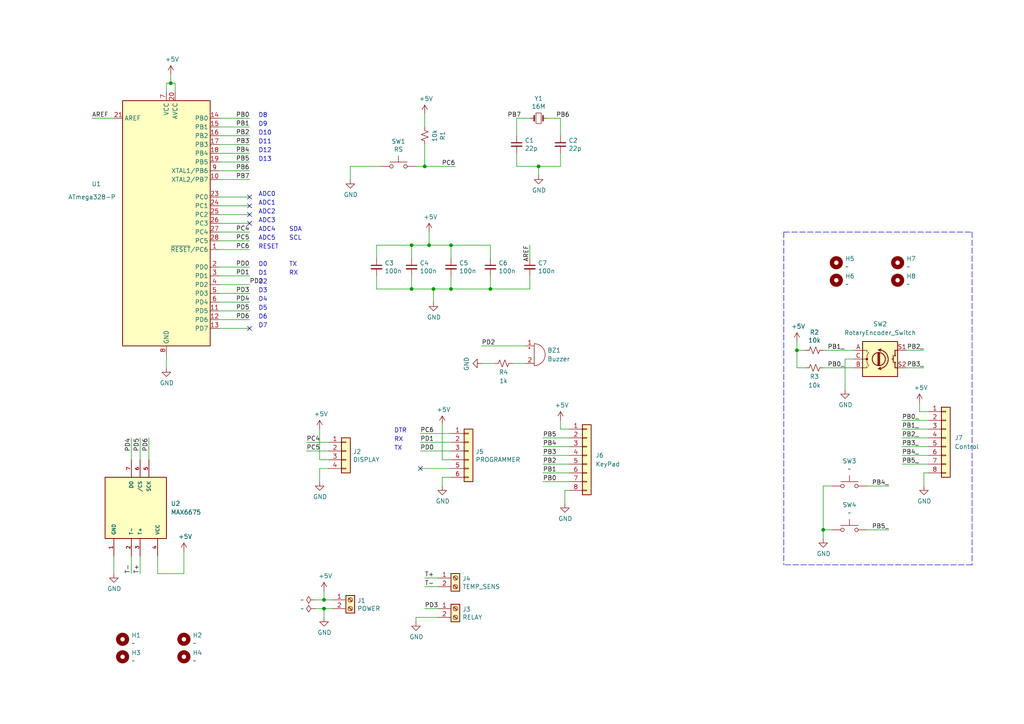
<source format=kicad_sch>
(kicad_sch (version 20211123) (generator eeschema)
  (paper "A4")
  (lib_symbols
    (symbol "Connector:Screw_Terminal_01x02" (pin_names (offset 1.016) hide)
      (property "Reference" "J" (at 0 2.54 0))
      (property "Value" "Screw_Terminal_01x02" (at 0 -5.08 0))
      (symbol "Screw_Terminal_01x02_1_1"
        (rectangle (start -1.27 1.27) (end 1.27 -3.81) (stroke (width 0.254)) (fill (type background)))
        (circle (center 0 -2.54) (radius 0.635) (stroke (width 0.1524)))
        (polyline (pts (xy -0.5334 -2.2098) (xy 0.3302 -3.048)) (stroke (width 0.1524)))
        (polyline (pts (xy -0.5334 0.3302) (xy 0.3302 -0.508)) (stroke (width 0.1524)))
        (polyline (pts (xy -0.3556 -2.032) (xy 0.508 -2.8702)) (stroke (width 0.1524)))
        (polyline (pts (xy -0.3556 0.508) (xy 0.508 -0.3302)) (stroke (width 0.1524)))
        (circle (center 0 0) (radius 0.635) (stroke (width 0.1524)))
        (pin passive line (at -5.08 0 0) (length 3.81) (name "Pin_1") (number "1"))
        (pin passive line (at -5.08 -2.54 0) (length 3.81) (name "Pin_2") (number "2"))
      )
    )
    (symbol "Connector_Generic:Conn_01x04" (pin_names (offset 1.016) hide)
      (property "Reference" "J" (at 0 5.08 0))
      (property "Value" "Conn_01x04" (at 0 -7.62 0))
      (symbol "Conn_01x04_1_1"
        (rectangle (start -1.27 -4.953) (end 0 -5.207) (stroke (width 0.1524)))
        (rectangle (start -1.27 -2.413) (end 0 -2.667) (stroke (width 0.1524)))
        (rectangle (start -1.27 0.127) (end 0 -0.127) (stroke (width 0.1524)))
        (rectangle (start -1.27 2.667) (end 0 2.413) (stroke (width 0.1524)))
        (rectangle (start -1.27 3.81) (end 1.27 -6.35) (stroke (width 0.254)) (fill (type background)))
        (pin passive line (at -5.08 2.54 0) (length 3.81) (name "Pin_1") (number "1"))
        (pin passive line (at -5.08 0 0) (length 3.81) (name "Pin_2") (number "2"))
        (pin passive line (at -5.08 -2.54 0) (length 3.81) (name "Pin_3") (number "3"))
        (pin passive line (at -5.08 -5.08 0) (length 3.81) (name "Pin_4") (number "4"))
      )
    )
    (symbol "Connector_Generic:Conn_01x06" (pin_names (offset 1.016) hide)
      (property "Reference" "J" (at 0 7.62 0))
      (property "Value" "Conn_01x06" (at 0 -10.16 0))
      (symbol "Conn_01x06_1_1"
        (rectangle (start -1.27 -7.493) (end 0 -7.747) (stroke (width 0.1524)))
        (rectangle (start -1.27 -4.953) (end 0 -5.207) (stroke (width 0.1524)))
        (rectangle (start -1.27 -2.413) (end 0 -2.667) (stroke (width 0.1524)))
        (rectangle (start -1.27 0.127) (end 0 -0.127) (stroke (width 0.1524)))
        (rectangle (start -1.27 2.667) (end 0 2.413) (stroke (width 0.1524)))
        (rectangle (start -1.27 5.207) (end 0 4.953) (stroke (width 0.1524)))
        (rectangle (start -1.27 6.35) (end 1.27 -8.89) (stroke (width 0.254)) (fill (type background)))
        (pin passive line (at -5.08 5.08 0) (length 3.81) (name "Pin_1") (number "1"))
        (pin passive line (at -5.08 2.54 0) (length 3.81) (name "Pin_2") (number "2"))
        (pin passive line (at -5.08 0 0) (length 3.81) (name "Pin_3") (number "3"))
        (pin passive line (at -5.08 -2.54 0) (length 3.81) (name "Pin_4") (number "4"))
        (pin passive line (at -5.08 -5.08 0) (length 3.81) (name "Pin_5") (number "5"))
        (pin passive line (at -5.08 -7.62 0) (length 3.81) (name "Pin_6") (number "6"))
      )
    )
    (symbol "Connector_Generic:Conn_01x08" (pin_names (offset 1.016) hide)
      (property "Reference" "J" (at 0 10.16 0))
      (property "Value" "Conn_01x08" (at 0 -12.7 0))
      (symbol "Conn_01x08_1_1"
        (rectangle (start -1.27 -10.033) (end 0 -10.287) (stroke (width 0.1524)))
        (rectangle (start -1.27 -7.493) (end 0 -7.747) (stroke (width 0.1524)))
        (rectangle (start -1.27 -4.953) (end 0 -5.207) (stroke (width 0.1524)))
        (rectangle (start -1.27 -2.413) (end 0 -2.667) (stroke (width 0.1524)))
        (rectangle (start -1.27 0.127) (end 0 -0.127) (stroke (width 0.1524)))
        (rectangle (start -1.27 2.667) (end 0 2.413) (stroke (width 0.1524)))
        (rectangle (start -1.27 5.207) (end 0 4.953) (stroke (width 0.1524)))
        (rectangle (start -1.27 7.747) (end 0 7.493) (stroke (width 0.1524)))
        (rectangle (start -1.27 8.89) (end 1.27 -11.43) (stroke (width 0.254)) (fill (type background)))
        (pin passive line (at -5.08 7.62 0) (length 3.81) (name "Pin_1") (number "1"))
        (pin passive line (at -5.08 5.08 0) (length 3.81) (name "Pin_2") (number "2"))
        (pin passive line (at -5.08 2.54 0) (length 3.81) (name "Pin_3") (number "3"))
        (pin passive line (at -5.08 0 0) (length 3.81) (name "Pin_4") (number "4"))
        (pin passive line (at -5.08 -2.54 0) (length 3.81) (name "Pin_5") (number "5"))
        (pin passive line (at -5.08 -5.08 0) (length 3.81) (name "Pin_6") (number "6"))
        (pin passive line (at -5.08 -7.62 0) (length 3.81) (name "Pin_7") (number "7"))
        (pin passive line (at -5.08 -10.16 0) (length 3.81) (name "Pin_8") (number "8"))
      )
    )
    (symbol "Device:Buzzer" (pin_names (offset 0.0254) hide)
      (property "Reference" "BZ" (at 3.81 1.27 0))
      (property "Value" "Buzzer" (at 3.81 -1.27 0))
      (symbol "Buzzer_0_1"
        (arc (start 0 -3.175) (mid 3.175 0) (end 0 3.175))
        (polyline (pts (xy -1.651 1.905) (xy -1.143 1.905)))
        (polyline (pts (xy -1.397 2.159) (xy -1.397 1.651)))
        (polyline (pts (xy 0 3.175) (xy 0 -3.175)))
      )
      (symbol "Buzzer_1_1"
        (pin passive line (at -2.54 2.54 0) (length 2.54) (name "-") (number "1"))
        (pin passive line (at -2.54 -2.54 0) (length 2.54) (name "+") (number "2"))
      )
    )
    (symbol "Device:C_Small" (pin_numbers hide) (pin_names (offset 0.254) hide)
      (property "Reference" "C" (at 0.254 1.778 0))
      (property "Value" "C_Small" (at 0.254 -2.032 0))
      (symbol "C_Small_0_1"
        (polyline (pts (xy -1.524 -0.508) (xy 1.524 -0.508)) (stroke (width 0.3302)))
        (polyline (pts (xy -1.524 0.508) (xy 1.524 0.508)) (stroke (width 0.3048)))
      )
      (symbol "C_Small_1_1"
        (pin passive line (at 0 2.54 270) (length 2.032) (name "~") (number "1"))
        (pin passive line (at 0 -2.54 90) (length 2.032) (name "~") (number "2"))
      )
    )
    (symbol "Device:Crystal_Small" (pin_numbers hide) (pin_names (offset 1.016) hide)
      (property "Reference" "Y" (at 0 2.54 0))
      (property "Value" "Crystal_Small" (at 0 -2.54 0))
      (symbol "Crystal_Small_0_1"
        (rectangle (start -0.762 -1.524) (end 0.762 1.524))
        (polyline (pts (xy -1.27 -0.762) (xy -1.27 0.762)) (stroke (width 0.381)))
        (polyline (pts (xy 1.27 -0.762) (xy 1.27 0.762)) (stroke (width 0.381)))
      )
      (symbol "Crystal_Small_1_1"
        (pin passive line (at -2.54 0 0) (length 1.27) (name "1") (number "1"))
        (pin passive line (at 2.54 0 180) (length 1.27) (name "2") (number "2"))
      )
    )
    (symbol "Device:R_Small_US" (pin_numbers hide) (pin_names (offset 0.254) hide)
      (property "Reference" "R" (at 0.762 0.508 0))
      (property "Value" "R_Small_US" (at 0.762 -1.016 0))
      (symbol "R_Small_US_1_1"
        (polyline (pts (xy 0 0) (xy 1.016 -0.381) (xy 0 -0.762) (xy -1.016 -1.143) (xy 0 -1.524)))
        (polyline (pts (xy 0 1.524) (xy 1.016 1.143) (xy 0 0.762) (xy -1.016 0.381) (xy 0 0)))
        (pin passive line (at 0 2.54 270) (length 1.016) (name "~") (number "1"))
        (pin passive line (at 0 -2.54 90) (length 1.016) (name "~") (number "2"))
      )
    )
    (symbol "Device:RotaryEncoder_Switch" (pin_names (offset 0.254) hide)
      (property "Reference" "SW" (at 0 6.604 0))
      (property "Value" "RotaryEncoder_Switch" (at 0 -6.604 0))
      (symbol "RotaryEncoder_Switch_0_1"
        (rectangle (start -5.08 5.08) (end 5.08 -5.08) (stroke (width 0.254)) (fill (type background)))
        (circle (center -3.81 0) (radius 0.254) (fill (type outline)))
        (arc (start -0.381 -2.794) (mid 2.3622 -0.0508) (end -0.381 2.667) (stroke (width 0.254)))
        (circle (center -0.381 0) (radius 1.905) (stroke (width 0.254)))
        (polyline (pts (xy -0.635 -1.778) (xy -0.635 1.778)) (stroke (width 0.254)))
        (polyline (pts (xy -0.381 -1.778) (xy -0.381 1.778)) (stroke (width 0.254)))
        (polyline (pts (xy -0.127 1.778) (xy -0.127 -1.778)) (stroke (width 0.254)))
        (polyline (pts (xy 3.81 0) (xy 3.429 0)) (stroke (width 0.254)))
        (polyline (pts (xy 3.81 1.016) (xy 3.81 -1.016)) (stroke (width 0.254)))
        (polyline (pts (xy -5.08 -2.54) (xy -3.81 -2.54) (xy -3.81 -2.032)))
        (polyline (pts (xy -5.08 2.54) (xy -3.81 2.54) (xy -3.81 2.032)))
        (polyline (pts (xy 0.254 -3.048) (xy -0.508 -2.794) (xy 0.127 -2.413)) (stroke (width 0.254)))
        (polyline (pts (xy 0.254 2.921) (xy -0.508 2.667) (xy 0.127 2.286)) (stroke (width 0.254)))
        (polyline (pts (xy 5.08 -2.54) (xy 4.318 -2.54) (xy 4.318 -1.016)) (stroke (width 0.254)))
        (polyline (pts (xy 5.08 2.54) (xy 4.318 2.54) (xy 4.318 1.016)) (stroke (width 0.254)))
        (polyline (pts (xy -5.08 0) (xy -3.81 0) (xy -3.81 -1.016) (xy -3.302 -2.032)))
        (polyline (pts (xy -4.318 0) (xy -3.81 0) (xy -3.81 1.016) (xy -3.302 2.032)))
        (circle (center 4.318 -1.016) (radius 0.127) (stroke (width 0.254)))
        (circle (center 4.318 1.016) (radius 0.127) (stroke (width 0.254)))
      )
      (symbol "RotaryEncoder_Switch_1_1"
        (pin passive line (at -7.62 2.54 0) (length 2.54) (name "A") (number "A"))
        (pin passive line (at -7.62 -2.54 0) (length 2.54) (name "B") (number "B"))
        (pin passive line (at -7.62 0 0) (length 2.54) (name "C") (number "C"))
        (pin passive line (at 7.62 2.54 180) (length 2.54) (name "S1") (number "S1"))
        (pin passive line (at 7.62 -2.54 180) (length 2.54) (name "S2") (number "S2"))
      )
    )
    (symbol "MAX6675:MAX6675" (pin_names (offset 1.016))
      (property "Reference" "IC" (at 10.16 7.62 0))
      (property "Value" "MAX6675" (at -7.62 -15.24 0))
      (symbol "MAX6675_0_0"
        (rectangle (start -7.62 -12.7) (end 10.16 5.08) (stroke (width 0.254)) (fill (type background)))
        (pin power_in line (at -12.7 2.54 0) (length 5.08) (name "GND") (number "1"))
        (pin input line (at -12.7 -2.54 0) (length 5.08) (name "T-") (number "2"))
        (pin input line (at -12.7 -5.08 0) (length 5.08) (name "T+") (number "3"))
        (pin power_in line (at -12.7 -10.16 0) (length 5.08) (name "VCC") (number "4"))
        (pin input line (at 15.24 -7.62 180) (length 5.08) (name "SCK") (number "5"))
        (pin input line (at 15.24 -5.08 180) (length 5.08) (name "/CS") (number "6"))
        (pin output line (at 15.24 -2.54 180) (length 5.08) (name "DO") (number "7"))
      )
    )
    (symbol "MCU_Microchip_ATmega:ATmega328-P"
      (property "Reference" "U" (at -12.7 36.83 0))
      (property "Value" "ATmega328-P" (at 2.54 -36.83 0))
      (symbol "ATmega328-P_0_1"
        (rectangle (start -12.7 -35.56) (end 12.7 35.56) (stroke (width 0.254)) (fill (type background)))
      )
      (symbol "ATmega328-P_1_1"
        (pin bidirectional line (at 15.24 -7.62 180) (length 2.54) (name "~{RESET}/PC6") (number "1"))
        (pin bidirectional line (at 15.24 12.7 180) (length 2.54) (name "XTAL2/PB7") (number "10"))
        (pin bidirectional line (at 15.24 -25.4 180) (length 2.54) (name "PD5") (number "11"))
        (pin bidirectional line (at 15.24 -27.94 180) (length 2.54) (name "PD6") (number "12"))
        (pin bidirectional line (at 15.24 -30.48 180) (length 2.54) (name "PD7") (number "13"))
        (pin bidirectional line (at 15.24 30.48 180) (length 2.54) (name "PB0") (number "14"))
        (pin bidirectional line (at 15.24 27.94 180) (length 2.54) (name "PB1") (number "15"))
        (pin bidirectional line (at 15.24 25.4 180) (length 2.54) (name "PB2") (number "16"))
        (pin bidirectional line (at 15.24 22.86 180) (length 2.54) (name "PB3") (number "17"))
        (pin bidirectional line (at 15.24 20.32 180) (length 2.54) (name "PB4") (number "18"))
        (pin bidirectional line (at 15.24 17.78 180) (length 2.54) (name "PB5") (number "19"))
        (pin bidirectional line (at 15.24 -12.7 180) (length 2.54) (name "PD0") (number "2"))
        (pin power_in line (at 2.54 38.1 270) (length 2.54) (name "AVCC") (number "20"))
        (pin passive line (at -15.24 30.48 0) (length 2.54) (name "AREF") (number "21"))
        (pin passive line (at 0 -38.1 90) (length 2.54) hide (name "GND") (number "22"))
        (pin bidirectional line (at 15.24 7.62 180) (length 2.54) (name "PC0") (number "23"))
        (pin bidirectional line (at 15.24 5.08 180) (length 2.54) (name "PC1") (number "24"))
        (pin bidirectional line (at 15.24 2.54 180) (length 2.54) (name "PC2") (number "25"))
        (pin bidirectional line (at 15.24 0 180) (length 2.54) (name "PC3") (number "26"))
        (pin bidirectional line (at 15.24 -2.54 180) (length 2.54) (name "PC4") (number "27"))
        (pin bidirectional line (at 15.24 -5.08 180) (length 2.54) (name "PC5") (number "28"))
        (pin bidirectional line (at 15.24 -15.24 180) (length 2.54) (name "PD1") (number "3"))
        (pin bidirectional line (at 15.24 -17.78 180) (length 2.54) (name "PD2") (number "4"))
        (pin bidirectional line (at 15.24 -20.32 180) (length 2.54) (name "PD3") (number "5"))
        (pin bidirectional line (at 15.24 -22.86 180) (length 2.54) (name "PD4") (number "6"))
        (pin power_in line (at 0 38.1 270) (length 2.54) (name "VCC") (number "7"))
        (pin power_in line (at 0 -38.1 90) (length 2.54) (name "GND") (number "8"))
        (pin bidirectional line (at 15.24 15.24 180) (length 2.54) (name "XTAL1/PB6") (number "9"))
      )
    )
    (symbol "Mechanical:MountingHole" (pin_names (offset 1.016))
      (property "Reference" "H" (at 0 5.08 0))
      (property "Value" "MountingHole" (at 0 3.175 0))
      (symbol "MountingHole_0_1"
        (circle (center 0 0) (radius 1.27) (stroke (width 1.27)))
      )
    )
    (symbol "Switch:SW_Push" (pin_numbers hide) (pin_names (offset 1.016) hide)
      (property "Reference" "SW" (at 1.27 2.54 0))
      (property "Value" "SW_Push" (at 0 -1.524 0))
      (symbol "SW_Push_0_1"
        (circle (center -2.032 0) (radius 0.508))
        (polyline (pts (xy 0 1.27) (xy 0 3.048)))
        (polyline (pts (xy 2.54 1.27) (xy -2.54 1.27)))
        (circle (center 2.032 0) (radius 0.508))
        (pin passive line (at -5.08 0 0) (length 2.54) (name "1") (number "1"))
        (pin passive line (at 5.08 0 180) (length 2.54) (name "2") (number "2"))
      )
    )
    (symbol "power:+5V" (power) (pin_names (offset 0))
      (property "Value" "+5V" (at 0 3.556 0))
      (symbol "+5V_0_1"
        (polyline (pts (xy -0.762 1.27) (xy 0 2.54)))
        (polyline (pts (xy 0 0) (xy 0 2.54)))
        (polyline (pts (xy 0 2.54) (xy 0.762 1.27)))
      )
      (symbol "+5V_1_1"
        (pin power_in line (at 0 0 90) (length 0) hide (name "+5V") (number "1"))
      )
    )
    (symbol "power:GND" (power) (pin_names (offset 0))
      (property "Value" "GND" (at 0 -3.81 0))
      (symbol "GND_0_1"
        (polyline (pts (xy 0 0) (xy 0 -1.27) (xy 1.27 -1.27) (xy 0 -2.54) (xy -1.27 -1.27) (xy 0 -1.27)))
      )
      (symbol "GND_1_1"
        (pin power_in line (at 0 0 270) (length 0) hide (name "GND") (number "1"))
      )
    )
    (symbol "power:PWR_FLAG" (power) (pin_numbers hide) (pin_names (offset 0) hide)
      (property "Value" "PWR_FLAG" (at 0 3.81 0))
      (symbol "PWR_FLAG_0_0"
        (pin power_out line (at 0 0 90) (length 0) (name "pwr") (number "1"))
      )
      (symbol "PWR_FLAG_0_1"
        (polyline (pts (xy 0 0) (xy 0 1.27) (xy -1.016 1.905) (xy 0 2.54) (xy 1.016 1.905) (xy 0 1.27)))
      )
    )
  )
  (junction (at 49.53 24.13))
  (junction (at 93.98 173.99))
  (junction (at 156.21 48.26))
  (junction (at 119.38 83.82))
  (junction (at 123.19 48.26))
  (junction (at 125.73 83.82))
  (junction (at 119.38 71.12))
  (junction (at 93.98 176.53))
  (junction (at 231.14 101.6))
  (junction (at 130.81 83.82))
  (junction (at 124.46 71.12))
  (junction (at 238.76 153.67))
  (junction (at 130.81 71.12))
  (junction (at 142.24 83.82))
  (no_connect (at 72.39 64.77))
  (no_connect (at 72.39 62.23))
  (no_connect (at 72.39 57.15))
  (no_connect (at 121.92 135.89))
  (no_connect (at 72.39 95.25))
  (no_connect (at 72.39 59.69))
  (wire (pts (xy 165.1 124.46) (xy 162.56 124.46)))
  (wire (pts (xy 109.22 80.01) (xy 109.22 83.82)))
  (wire (pts (xy 261.62 134.62) (xy 269.24 134.62)))
  (wire (pts (xy 153.67 83.82) (xy 142.24 83.82)))
  (wire (pts (xy 153.67 74.93) (xy 153.67 71.12)))
  (wire (pts (xy 266.7 116.84) (xy 266.7 119.38)))
  (wire (pts (xy 153.67 80.01) (xy 153.67 83.82)))
  (wire (pts (xy 158.75 34.29) (xy 162.56 34.29)))
  (wire (pts (xy 165.1 142.24) (xy 163.83 142.24)))
  (polyline (pts (xy 281.94 163.83) (xy 227.33 163.83)))
  (wire (pts (xy 123.19 48.26) (xy 120.65 48.26)))
  (wire (pts (xy 95.25 128.27) (xy 88.9 128.27)))
  (wire (pts (xy 63.5 80.01) (xy 72.39 80.01)))
  (wire (pts (xy 139.7 100.33) (xy 152.4 100.33)))
  (wire (pts (xy 48.26 102.87) (xy 48.26 106.68)))
  (wire (pts (xy 63.5 85.09) (xy 72.39 85.09)))
  (wire (pts (xy 63.5 41.91) (xy 72.39 41.91)))
  (wire (pts (xy 63.5 67.31) (xy 72.39 67.31)))
  (wire (pts (xy 127 176.53) (xy 123.19 176.53)))
  (wire (pts (xy 139.7 105.41) (xy 143.51 105.41)))
  (wire (pts (xy 120.65 179.07) (xy 120.65 180.34)))
  (wire (pts (xy 153.67 34.29) (xy 149.86 34.29)))
  (wire (pts (xy 45.72 161.29) (xy 45.72 166.37)))
  (wire (pts (xy 130.81 138.43) (xy 128.27 138.43)))
  (wire (pts (xy 142.24 74.93) (xy 142.24 71.12)))
  (wire (pts (xy 231.14 101.6) (xy 233.68 101.6)))
  (wire (pts (xy 63.5 62.23) (xy 72.39 62.23)))
  (wire (pts (xy 231.14 106.68) (xy 233.68 106.68)))
  (wire (pts (xy 251.46 153.67) (xy 257.81 153.67)))
  (wire (pts (xy 156.21 48.26) (xy 156.21 50.8)))
  (wire (pts (xy 130.81 71.12) (xy 124.46 71.12)))
  (wire (pts (xy 261.62 132.08) (xy 269.24 132.08)))
  (wire (pts (xy 96.52 176.53) (xy 93.98 176.53)))
  (wire (pts (xy 123.19 36.83) (xy 123.19 33.02)))
  (wire (pts (xy 130.81 125.73) (xy 121.92 125.73)))
  (wire (pts (xy 130.81 80.01) (xy 130.81 83.82)))
  (wire (pts (xy 130.81 133.35) (xy 128.27 133.35)))
  (wire (pts (xy 247.65 106.68) (xy 238.76 106.68)))
  (wire (pts (xy 247.65 104.14) (xy 245.11 104.14)))
  (wire (pts (xy 63.5 92.71) (xy 72.39 92.71)))
  (wire (pts (xy 63.5 87.63) (xy 72.39 87.63)))
  (wire (pts (xy 231.14 101.6) (xy 231.14 99.06)))
  (wire (pts (xy 95.25 135.89) (xy 92.71 135.89)))
  (wire (pts (xy 156.21 48.26) (xy 149.86 48.26)))
  (wire (pts (xy 262.89 101.6) (xy 267.97 101.6)))
  (wire (pts (xy 162.56 34.29) (xy 162.56 39.37)))
  (wire (pts (xy 109.22 83.82) (xy 119.38 83.82)))
  (wire (pts (xy 128.27 133.35) (xy 128.27 123.19)))
  (wire (pts (xy 162.56 48.26) (xy 156.21 48.26)))
  (wire (pts (xy 63.5 49.53) (xy 72.39 49.53)))
  (wire (pts (xy 45.72 166.37) (xy 53.34 166.37)))
  (wire (pts (xy 162.56 121.92) (xy 162.56 124.46)))
  (wire (pts (xy 91.44 176.53) (xy 93.98 176.53)))
  (wire (pts (xy 130.81 128.27) (xy 121.92 128.27)))
  (wire (pts (xy 119.38 71.12) (xy 119.38 74.93)))
  (wire (pts (xy 101.6 48.26) (xy 101.6 52.07)))
  (polyline (pts (xy 227.33 67.31) (xy 227.33 163.83)))
  (wire (pts (xy 261.62 124.46) (xy 269.24 124.46)))
  (wire (pts (xy 125.73 83.82) (xy 125.73 87.63)))
  (wire (pts (xy 49.53 24.13) (xy 50.8 24.13)))
  (wire (pts (xy 95.25 133.35) (xy 92.71 133.35)))
  (wire (pts (xy 128.27 138.43) (xy 128.27 140.97)))
  (wire (pts (xy 63.5 52.07) (xy 72.39 52.07)))
  (wire (pts (xy 163.83 142.24) (xy 163.83 146.05)))
  (wire (pts (xy 157.48 132.08) (xy 165.1 132.08)))
  (wire (pts (xy 40.64 161.29) (xy 40.64 166.37)))
  (wire (pts (xy 124.46 71.12) (xy 124.46 67.31)))
  (wire (pts (xy 63.5 82.55) (xy 72.39 82.55)))
  (wire (pts (xy 38.1 133.35) (xy 38.1 127)))
  (wire (pts (xy 162.56 44.45) (xy 162.56 48.26)))
  (wire (pts (xy 63.5 59.69) (xy 72.39 59.69)))
  (wire (pts (xy 63.5 72.39) (xy 72.39 72.39)))
  (wire (pts (xy 120.65 179.07) (xy 127 179.07)))
  (wire (pts (xy 231.14 106.68) (xy 231.14 101.6)))
  (wire (pts (xy 63.5 90.17) (xy 72.39 90.17)))
  (wire (pts (xy 53.34 166.37) (xy 53.34 160.02)))
  (wire (pts (xy 238.76 153.67) (xy 238.76 156.21)))
  (wire (pts (xy 157.48 139.7) (xy 165.1 139.7)))
  (wire (pts (xy 95.25 130.81) (xy 88.9 130.81)))
  (wire (pts (xy 241.3 153.67) (xy 238.76 153.67)))
  (wire (pts (xy 101.6 48.26) (xy 110.49 48.26)))
  (wire (pts (xy 127 167.64) (xy 123.19 167.64)))
  (wire (pts (xy 269.24 137.16) (xy 267.97 137.16)))
  (wire (pts (xy 109.22 71.12) (xy 119.38 71.12)))
  (wire (pts (xy 48.26 24.13) (xy 49.53 24.13)))
  (wire (pts (xy 123.19 41.91) (xy 123.19 48.26)))
  (wire (pts (xy 247.65 101.6) (xy 238.76 101.6)))
  (wire (pts (xy 262.89 106.68) (xy 267.97 106.68)))
  (wire (pts (xy 130.81 83.82) (xy 125.73 83.82)))
  (wire (pts (xy 49.53 21.59) (xy 49.53 24.13)))
  (wire (pts (xy 142.24 80.01) (xy 142.24 83.82)))
  (wire (pts (xy 93.98 176.53) (xy 93.98 179.07)))
  (wire (pts (xy 238.76 140.97) (xy 238.76 153.67)))
  (wire (pts (xy 127 170.18) (xy 123.19 170.18)))
  (wire (pts (xy 109.22 74.93) (xy 109.22 71.12)))
  (wire (pts (xy 149.86 48.26) (xy 149.86 44.45)))
  (wire (pts (xy 251.46 140.97) (xy 257.81 140.97)))
  (wire (pts (xy 130.81 130.81) (xy 121.92 130.81)))
  (polyline (pts (xy 227.33 67.31) (xy 281.94 67.31)))
  (wire (pts (xy 130.81 74.93) (xy 130.81 71.12)))
  (wire (pts (xy 40.64 127) (xy 40.64 133.35)))
  (wire (pts (xy 261.62 127) (xy 269.24 127)))
  (wire (pts (xy 261.62 129.54) (xy 269.24 129.54)))
  (wire (pts (xy 157.48 127) (xy 165.1 127)))
  (polyline (pts (xy 281.94 67.31) (xy 281.94 163.83)))
  (wire (pts (xy 148.59 105.41) (xy 152.4 105.41)))
  (wire (pts (xy 63.5 39.37) (xy 72.39 39.37)))
  (wire (pts (xy 63.5 46.99) (xy 72.39 46.99)))
  (wire (pts (xy 245.11 104.14) (xy 245.11 113.03)))
  (wire (pts (xy 50.8 24.13) (xy 50.8 26.67)))
  (wire (pts (xy 63.5 34.29) (xy 72.39 34.29)))
  (wire (pts (xy 63.5 69.85) (xy 72.39 69.85)))
  (wire (pts (xy 125.73 83.82) (xy 119.38 83.82)))
  (wire (pts (xy 157.48 134.62) (xy 165.1 134.62)))
  (wire (pts (xy 124.46 71.12) (xy 119.38 71.12)))
  (wire (pts (xy 33.02 34.29) (xy 26.67 34.29)))
  (wire (pts (xy 43.18 133.35) (xy 43.18 127)))
  (wire (pts (xy 123.19 48.26) (xy 132.08 48.26)))
  (wire (pts (xy 93.98 173.99) (xy 93.98 171.45)))
  (wire (pts (xy 63.5 95.25) (xy 72.39 95.25)))
  (wire (pts (xy 96.52 173.99) (xy 93.98 173.99)))
  (wire (pts (xy 149.86 34.29) (xy 149.86 39.37)))
  (wire (pts (xy 63.5 57.15) (xy 72.39 57.15)))
  (wire (pts (xy 63.5 77.47) (xy 72.39 77.47)))
  (wire (pts (xy 267.97 137.16) (xy 267.97 140.97)))
  (wire (pts (xy 48.26 26.67) (xy 48.26 24.13)))
  (wire (pts (xy 93.98 173.99) (xy 91.44 173.99)))
  (wire (pts (xy 92.71 135.89) (xy 92.71 139.7)))
  (wire (pts (xy 38.1 161.29) (xy 38.1 166.37)))
  (wire (pts (xy 142.24 83.82) (xy 130.81 83.82)))
  (wire (pts (xy 269.24 119.38) (xy 266.7 119.38)))
  (wire (pts (xy 33.02 161.29) (xy 33.02 166.37)))
  (wire (pts (xy 157.48 129.54) (xy 165.1 129.54)))
  (wire (pts (xy 63.5 36.83) (xy 72.39 36.83)))
  (wire (pts (xy 142.24 71.12) (xy 130.81 71.12)))
  (wire (pts (xy 119.38 83.82) (xy 119.38 80.01)))
  (wire (pts (xy 130.81 135.89) (xy 121.92 135.89)))
  (wire (pts (xy 63.5 64.77) (xy 72.39 64.77)))
  (wire (pts (xy 261.62 121.92) (xy 269.24 121.92)))
  (wire (pts (xy 63.5 44.45) (xy 72.39 44.45)))
  (wire (pts (xy 157.48 137.16) (xy 165.1 137.16)))
  (wire (pts (xy 92.71 133.35) (xy 92.71 124.46)))
  (wire (pts (xy 241.3 140.97) (xy 238.76 140.97)))
  (text "ADC1" (at 74.93 59.69 0) (effects (font (size 1.27 1.27)) (justify left bottom)))
  (text "D3" (at 74.93 85.09 0) (effects (font (size 1.27 1.27)) (justify left bottom)))
  (text "D13" (at 74.93 46.99 0) (effects (font (size 1.27 1.27)) (justify left bottom)))
  (text "D12" (at 74.93 44.45 0) (effects (font (size 1.27 1.27)) (justify left bottom)))
  (text "D2" (at 74.93 82.55 0) (effects (font (size 1.27 1.27)) (justify left bottom)))
  (text "D6" (at 74.93 92.71 0) (effects (font (size 1.27 1.27)) (justify left bottom)))
  (text "TX" (at 114.3 130.81 0) (effects (font (size 1.27 1.27)) (justify left bottom)))
  (text "D10" (at 74.93 39.37 0) (effects (font (size 1.27 1.27)) (justify left bottom)))
  (text "D1" (at 74.93 80.01 0) (effects (font (size 1.27 1.27)) (justify left bottom)))
  (text "DTR" (at 114.3 125.73 0) (effects (font (size 1.27 1.27)) (justify left bottom)))
  (text "RX" (at 114.3 128.27 0) (effects (font (size 1.27 1.27)) (justify left bottom)))
  (text "ADC2" (at 74.93 62.23 0) (effects (font (size 1.27 1.27)) (justify left bottom)))
  (text "D0" (at 74.93 77.47 0) (effects (font (size 1.27 1.27)) (justify left bottom)))
  (text "ADC5" (at 74.93 69.85 0) (effects (font (size 1.27 1.27)) (justify left bottom)))
  (text "RX" (at 83.82 80.01 0) (effects (font (size 1.27 1.27)) (justify left bottom)))
  (text "ADC0" (at 74.93 57.15 0) (effects (font (size 1.27 1.27)) (justify left bottom)))
  (text "ADC3" (at 74.93 64.77 0) (effects (font (size 1.27 1.27)) (justify left bottom)))
  (text "ADC4" (at 74.93 67.31 0) (effects (font (size 1.27 1.27)) (justify left bottom)))
  (text "SCL" (at 83.82 69.85 0) (effects (font (size 1.27 1.27)) (justify left bottom)))
  (text "D4" (at 74.93 87.63 0) (effects (font (size 1.27 1.27)) (justify left bottom)))
  (text "RESET" (at 74.93 72.39 0) (effects (font (size 1.27 1.27)) (justify left bottom)))
  (text "D7" (at 74.93 95.25 0) (effects (font (size 1.27 1.27)) (justify left bottom)))
  (text "SDA" (at 83.82 67.31 0) (effects (font (size 1.27 1.27)) (justify left bottom)))
  (text "TX" (at 83.82 77.47 0) (effects (font (size 1.27 1.27)) (justify left bottom)))
  (text "D5" (at 74.93 90.17 0) (effects (font (size 1.27 1.27)) (justify left bottom)))
  (text "D9" (at 74.93 36.83 0) (effects (font (size 1.27 1.27)) (justify left bottom)))
  (text "D8\n" (at 74.93 34.29 0) (effects (font (size 1.27 1.27)) (justify left bottom)))
  (text "D11" (at 74.93 41.91 0) (effects (font (size 1.27 1.27)) (justify left bottom)))
  (label "PB1_" (at 240.03 101.6 0))
  (label "T-" (at 123.19 170.18 0))
  (label "PB0" (at 157.48 139.7 0))
  (label "PC5" (at 88.9 130.81 0))
  (label "PB3_" (at 267.97 106.68 180))
  (label "PB6" (at 161.29 34.29 0))
  (label "PB2_" (at 267.97 101.6 180))
  (label "PD0" (at 121.92 130.81 0))
  (label "PB7" (at 72.39 52.07 180))
  (label "PB7" (at 151.13 34.29 180))
  (label "PB4" (at 157.48 129.54 0))
  (label "PD2" (at 72.39 82.55 0))
  (label "PD0" (at 72.39 77.47 180))
  (label "PB5" (at 72.39 46.99 180))
  (label "PB2_" (at 261.62 127 0))
  (label "PB5_" (at 257.81 153.67 180))
  (label "T+" (at 123.19 167.64 0))
  (label "PD1" (at 72.39 80.01 180))
  (label "PD6" (at 72.39 92.71 180))
  (label "PB5" (at 157.48 127 0))
  (label "PB4_" (at 261.62 132.08 0))
  (label "PB6" (at 72.39 49.53 180))
  (label "PC6" (at 72.39 72.39 180))
  (label "PB4_" (at 257.81 140.97 180))
  (label "PC5" (at 72.39 69.85 180))
  (label "PB1" (at 157.48 137.16 0))
  (label "PD3" (at 72.39 85.09 180))
  (label "T-" (at 38.1 166.37 90))
  (label "PC6" (at 121.92 125.73 0))
  (label "PD3" (at 123.19 176.53 0))
  (label "PB0" (at 72.39 34.29 180))
  (label "PC4" (at 72.39 67.31 180))
  (label "PD5" (at 72.39 90.17 180))
  (label "PB4" (at 72.39 44.45 180))
  (label "PC4" (at 88.9 128.27 0))
  (label "T+" (at 40.64 166.37 90))
  (label "PB0_" (at 240.03 106.68 0))
  (label "AREF" (at 26.67 34.29 0))
  (label "PC6" (at 132.08 48.26 180))
  (label "PD1" (at 121.92 128.27 0))
  (label "PB5_" (at 261.62 134.62 0))
  (label "PD4" (at 38.1 127 270))
  (label "PB2" (at 72.39 39.37 180))
  (label "PD5" (at 40.64 127 270))
  (label "PB3_" (at 261.62 129.54 0))
  (label "PD6" (at 43.18 127 270))
  (label "PD4" (at 72.39 87.63 180))
  (label "PB1_" (at 261.62 124.46 0))
  (label "PB0_" (at 261.62 121.92 0))
  (label "PB3" (at 72.39 41.91 180))
  (label "PD2" (at 139.7 100.33 0))
  (label "PB1" (at 72.39 36.83 180))
  (label "AREF" (at 153.67 71.12 270))
  (label "PB3" (at 157.48 132.08 0))
  (label "PB2" (at 157.48 134.62 0))
  (symbol (lib_id "power:+5V") (at 49.53 21.59 0) (unit 1)
    (property "Reference" "#PWR0101" (effects hide))
    (property "Value" "+5V" (at 49.911 17.1958 0))
  )
  (symbol (lib_id "power:GND") (at 48.26 106.68 0) (unit 1)
    (property "Reference" "#PWR0102" (effects hide))
    (property "Value" "GND" (at 48.387 111.0742 0))
  )
  (symbol (lib_id "power:GND") (at 33.02 166.37 0) (unit 1)
    (property "Reference" "#PWR0103" (effects hide))
    (property "Value" "GND" (at 33.147 170.7642 0))
  )
  (symbol (lib_id "power:+5V") (at 53.34 160.02 0) (unit 1)
    (property "Reference" "#PWR0104" (effects hide))
    (property "Value" "+5V" (at 53.721 155.6258 0))
  )
  (symbol (lib_id "Device:R_Small_US") (at 236.22 101.6 270) (unit 1)
    (property "Reference" "R2" (at 236.22 96.393 90))
    (property "Value" "10k" (at 236.22 98.7044 90))
    (property "Footprint" "Resistor_SMD:R_0603_1608Metric_Pad0.98x0.95mm_HandSolder" (effects hide))
  )
  (symbol (lib_id "Device:R_Small_US") (at 236.22 106.68 270) (unit 1)
    (property "Reference" "R3" (at 236.22 109.22 90))
    (property "Value" "10k" (at 236.22 111.76 90))
    (property "Footprint" "Resistor_SMD:R_0603_1608Metric_Pad0.98x0.95mm_HandSolder" (effects hide))
  )
  (symbol (lib_id "power:GND") (at 245.11 113.03 0) (unit 1)
    (property "Reference" "#PWR0105" (effects hide))
    (property "Value" "GND" (at 245.237 117.4242 0))
  )
  (symbol (lib_id "power:+5V") (at 231.14 99.06 0) (unit 1)
    (property "Reference" "#PWR0106" (effects hide))
    (property "Value" "+5V" (at 231.521 94.6658 0))
  )
  (symbol (lib_id "Device:C_Small") (at 119.38 77.47 0) (unit 1)
    (property "Reference" "C4" (at 121.7168 76.3016 0) (effects (justify left)))
    (property "Value" "100n" (at 121.7168 78.613 0) (effects (justify left)))
    (property "Footprint" "Capacitor_SMD:C_0603_1608Metric_Pad1.08x0.95mm_HandSolder" (effects hide))
  )
  (symbol (lib_id "Device:C_Small") (at 109.22 77.47 0) (unit 1)
    (property "Reference" "C3" (at 111.5568 76.3016 0) (effects (justify left)))
    (property "Value" "100n" (at 111.5568 78.613 0) (effects (justify left)))
    (property "Footprint" "Capacitor_SMD:C_0603_1608Metric_Pad1.08x0.95mm_HandSolder" (effects hide))
  )
  (symbol (lib_id "Device:C_Small") (at 130.81 77.47 0) (unit 1)
    (property "Reference" "C5" (at 133.1468 76.3016 0) (effects (justify left)))
    (property "Value" "100n" (at 133.1468 78.613 0) (effects (justify left)))
    (property "Footprint" "Capacitor_SMD:C_0603_1608Metric_Pad1.08x0.95mm_HandSolder" (effects hide))
  )
  (symbol (lib_id "Device:C_Small") (at 142.24 77.47 0) (unit 1)
    (property "Reference" "C6" (at 144.5768 76.3016 0) (effects (justify left)))
    (property "Value" "100n" (at 144.5768 78.613 0) (effects (justify left)))
    (property "Footprint" "Capacitor_SMD:C_0603_1608Metric_Pad1.08x0.95mm_HandSolder" (effects hide))
  )
  (symbol (lib_id "Device:C_Small") (at 153.67 77.47 0) (unit 1)
    (property "Reference" "C7" (at 156.0068 76.3016 0) (effects (justify left)))
    (property "Value" "100n" (at 156.0068 78.613 0) (effects (justify left)))
    (property "Footprint" "Capacitor_SMD:C_0603_1608Metric_Pad1.08x0.95mm_HandSolder" (effects hide))
  )
  (symbol (lib_id "Connector:Screw_Terminal_01x02") (at 101.6 173.99 0) (unit 1)
    (property "Reference" "J1" (at 103.632 174.1932 0) (effects (justify left)))
    (property "Value" "POWER" (at 103.632 176.5046 0) (effects (justify left)))
    (property "Footprint" "TerminalBlock_RND:TerminalBlock_RND_205-00001_1x02_P5.00mm_Horizontal" (effects hide))
  )
  (symbol (lib_id "power:GND") (at 93.98 179.07 0) (unit 1)
    (property "Reference" "#PWR0108" (effects hide))
    (property "Value" "GND" (at 94.107 183.4642 0))
  )
  (symbol (lib_id "power:+5V") (at 93.98 171.45 0) (unit 1)
    (property "Reference" "#PWR0109" (effects hide))
    (property "Value" "+5V" (at 94.361 167.0558 0))
  )
  (symbol (lib_id "power:PWR_FLAG") (at 91.44 173.99 90) (unit 1)
    (property "Reference" "#FLG0101" (effects hide))
    (property "Value" "~" (at 88.2142 173.99 90) (effects (justify left)))
  )
  (symbol (lib_id "Connector:Screw_Terminal_01x02") (at 132.08 176.53 0) (unit 1)
    (property "Reference" "J3" (at 134.112 176.7332 0) (effects (justify left)))
    (property "Value" "RELAY" (at 134.112 179.0446 0) (effects (justify left)))
    (property "Footprint" "TerminalBlock_RND:TerminalBlock_RND_205-00001_1x02_P5.00mm_Horizontal" (effects hide))
  )
  (symbol (lib_id "Connector_Generic:Conn_01x04") (at 100.33 130.81 0) (unit 1)
    (property "Reference" "J2" (at 102.362 131.0132 0) (effects (justify left)))
    (property "Value" "DISPLAY" (at 102.362 133.3246 0) (effects (justify left)))
    (property "Footprint" "Connector_JST:JST_XH_B4B-XH-A_1x04_P2.50mm_Vertical" (effects hide))
  )
  (symbol (lib_id "Connector:Screw_Terminal_01x02") (at 132.08 167.64 0) (unit 1)
    (property "Reference" "J4" (at 134.112 167.8432 0) (effects (justify left)))
    (property "Value" "TEMP_SENS" (at 134.112 170.1546 0) (effects (justify left)))
    (property "Footprint" "Connector_JST:JST_XH_B2B-XH-A_1x02_P2.50mm_Vertical" (effects hide))
  )
  (symbol (lib_id "power:+5V") (at 124.46 67.31 0) (unit 1)
    (property "Reference" "#PWR0112" (effects hide))
    (property "Value" "+5V" (at 124.841 62.9158 0))
  )
  (symbol (lib_id "power:GND") (at 125.73 87.63 0) (unit 1)
    (property "Reference" "#PWR0113" (effects hide))
    (property "Value" "GND" (at 125.857 92.0242 0))
  )
  (symbol (lib_id "power:GND") (at 101.6 52.07 0) (unit 1)
    (property "Reference" "#PWR0114" (effects hide))
    (property "Value" "~" (at 101.727 56.4642 0))
  )
  (symbol (lib_id "Device:R_Small_US") (at 123.19 39.37 180) (unit 1)
    (property "Reference" "R1" (at 128.397 39.37 90))
    (property "Value" "10k" (at 126.0856 39.37 90))
    (property "Footprint" "Resistor_SMD:R_0603_1608Metric_Pad0.98x0.95mm_HandSolder" (effects hide))
  )
  (symbol (lib_id "power:+5V") (at 92.71 124.46 0) (unit 1)
    (property "Reference" "#PWR0110" (effects hide))
    (property "Value" "+5V" (at 93.091 120.0658 0))
  )
  (symbol (lib_id "power:GND") (at 92.71 139.7 0) (unit 1)
    (property "Reference" "#PWR0111" (effects hide))
    (property "Value" "GND" (at 92.837 144.0942 0))
  )
  (symbol (lib_id "power:+5V") (at 123.19 33.02 0) (unit 1)
    (property "Reference" "#PWR0115" (effects hide))
    (property "Value" "+5V" (at 123.571 28.6258 0))
  )
  (symbol (lib_id "Device:Crystal_Small") (at 156.21 34.29 0) (unit 1)
    (property "Reference" "Y1" (at 156.21 28.575 0))
    (property "Value" "16M" (at 156.21 30.8864 0))
    (property "Footprint" "Crystal:Crystal_HC50_Vertical" (effects hide))
  )
  (symbol (lib_id "Device:C_Small") (at 149.86 41.91 0) (unit 1)
    (property "Reference" "C1" (at 152.1968 40.7416 0) (effects (justify left)))
    (property "Value" "22p" (at 152.1968 43.053 0) (effects (justify left)))
    (property "Footprint" "Capacitor_SMD:C_0603_1608Metric_Pad1.08x0.95mm_HandSolder" (effects hide))
  )
  (symbol (lib_id "Device:C_Small") (at 162.56 41.91 0) (unit 1)
    (property "Reference" "C2" (at 164.8968 40.7416 0) (effects (justify left)))
    (property "Value" "22p" (at 164.8968 43.053 0) (effects (justify left)))
    (property "Footprint" "Capacitor_SMD:C_0603_1608Metric_Pad1.08x0.95mm_HandSolder" (effects hide))
  )
  (symbol (lib_id "power:PWR_FLAG") (at 91.44 176.53 90) (unit 1)
    (property "Reference" "#FLG0102" (effects hide))
    (property "Value" "~" (at 88.2142 176.53 90) (effects (justify left)))
  )
  (symbol (lib_id "power:GND") (at 156.21 50.8 0) (unit 1)
    (property "Reference" "#PWR0116" (effects hide))
    (property "Value" "GND" (at 156.337 55.1942 0))
  )
  (symbol (lib_id "Switch:SW_Push") (at 246.38 153.67 0) (unit 1)
    (property "Reference" "SW4" (at 246.38 146.431 0))
    (property "Value" "~" (at 246.38 148.7424 0))
    (property "Footprint" "Button_Switch_THT:SW_PUSH_6mm" (effects hide))
  )
  (symbol (lib_id "Switch:SW_Push") (at 246.38 140.97 0) (unit 1)
    (property "Reference" "SW3" (at 246.38 133.731 0))
    (property "Value" "~" (at 246.38 136.0424 0))
    (property "Footprint" "Button_Switch_THT:SW_PUSH_6mm" (effects hide))
  )
  (symbol (lib_id "Switch:SW_Push") (at 115.57 48.26 0) (unit 1)
    (property "Reference" "SW1" (at 115.57 41.021 0))
    (property "Value" "RS" (at 115.57 43.3324 0))
    (property "Footprint" "Button_Switch_THT:SW_PUSH_6mm" (effects hide))
  )
  (symbol (lib_id "power:GND") (at 120.65 180.34 0) (unit 1)
    (property "Reference" "#PWR0117" (effects hide))
    (property "Value" "GND" (at 120.777 184.7342 0))
  )
  (symbol (lib_id "Mechanical:MountingHole") (at 35.56 185.42 0) (unit 1)
    (property "Reference" "H1" (at 38.1 184.2516 0) (effects (justify left)))
    (property "Value" "~" (at 38.1 186.563 0) (effects (justify left)))
    (property "Footprint" "MountingHole:MountingHole_3.2mm_M3_Pad_Via" (effects hide))
  )
  (symbol (lib_id "Mechanical:MountingHole") (at 53.34 185.42 0) (unit 1)
    (property "Reference" "H2" (at 55.88 184.2516 0) (effects (justify left)))
    (property "Value" "~" (at 55.88 186.563 0) (effects (justify left)))
    (property "Footprint" "MountingHole:MountingHole_3.2mm_M3_Pad_Via" (effects hide))
  )
  (symbol (lib_id "Mechanical:MountingHole") (at 35.56 190.5 0) (unit 1)
    (property "Reference" "H3" (at 38.1 189.3316 0) (effects (justify left)))
    (property "Value" "~" (at 38.1 191.643 0) (effects (justify left)))
    (property "Footprint" "MountingHole:MountingHole_3.2mm_M3_Pad_Via" (effects hide))
  )
  (symbol (lib_id "Mechanical:MountingHole") (at 53.34 190.5 0) (unit 1)
    (property "Reference" "H4" (at 55.88 189.3316 0) (effects (justify left)))
    (property "Value" "~" (at 55.88 191.643 0) (effects (justify left)))
    (property "Footprint" "MountingHole:MountingHole_3.2mm_M3_Pad_Via" (effects hide))
  )
  (symbol (lib_id "Connector_Generic:Conn_01x06") (at 135.89 130.81 0) (unit 1)
    (property "Reference" "J5" (at 137.922 131.0132 0) (effects (justify left)))
    (property "Value" "PROGRAMMER" (at 137.922 133.3246 0) (effects (justify left)))
    (property "Footprint" "Connector_PinHeader_2.54mm:PinHeader_1x06_P2.54mm_Vertical" (effects hide))
  )
  (symbol (lib_id "power:GND") (at 128.27 140.97 0) (unit 1)
    (property "Reference" "#PWR0118" (effects hide))
    (property "Value" "GND" (at 128.397 145.3642 0))
  )
  (symbol (lib_id "power:+5V") (at 128.27 123.19 0) (unit 1)
    (property "Reference" "#PWR0119" (effects hide))
    (property "Value" "+5V" (at 128.651 118.7958 0))
  )
  (symbol (lib_id "power:GND") (at 238.76 156.21 0) (unit 1)
    (property "Reference" "#PWR0107" (effects hide))
    (property "Value" "GND" (at 238.887 160.6042 0))
  )
  (symbol (lib_id "Mechanical:MountingHole") (at 242.57 76.2 0) (unit 1)
    (property "Reference" "H5" (at 245.11 75.0316 0) (effects (justify left)))
    (property "Value" "~" (at 245.11 77.343 0) (effects (justify left)))
    (property "Footprint" "MountingHole:MountingHole_3.2mm_M3_Pad_Via" (effects hide))
  )
  (symbol (lib_id "Device:RotaryEncoder_Switch") (at 255.27 104.14 0) (unit 1)
    (property "Reference" "SW2" (at 255.27 93.98 0))
    (property "Value" "RotaryEncoder_Switch" (at 255.27 96.52 0))
    (property "Footprint" "Rotary_Encoder:RotaryEncoder_Alps_EC11E-Switch_Vertical_H20mm" (effects hide))
  )
  (symbol (lib_id "Connector_Generic:Conn_01x08") (at 274.32 127 0) (unit 1)
    (property "Reference" "J7" (at 276.86 126.9999 0) (effects (justify left)))
    (property "Value" "Control" (at 276.86 129.5399 0) (effects (justify left)))
    (property "Footprint" "Connector_PinHeader_2.54mm:PinHeader_1x08_P2.54mm_Horizontal" (effects hide))
  )
  (symbol (lib_id "MAX6675:MAX6675") (at 35.56 148.59 90) (unit 1)
    (property "Reference" "U2" (at 49.53 146.0499 90) (effects (justify right)))
    (property "Value" "MAX6675" (at 49.53 148.5899 90) (effects (justify right)))
    (property "Footprint" "Package_SO:SO-8_3.9x4.9mm_P1.27mm" (effects hide))
  )
  (symbol (lib_id "Device:Buzzer") (at 154.94 102.87 0) (unit 1)
    (property "Reference" "BZ1" (at 158.75 101.5999 0) (effects (justify left)))
    (property "Value" "Buzzer" (at 158.75 104.1399 0) (effects (justify left)))
    (property "Footprint" "Buzzer_Beeper:MagneticBuzzer_ProSignal_ABI-010-RC" (effects hide))
  )
  (symbol (lib_id "power:GND") (at 139.7 105.41 270) (unit 1)
    (property "Reference" "#PWR0124" (effects hide))
    (property "Value" "GND" (at 135.3058 105.537 0))
  )
  (symbol (lib_id "Connector_Generic:Conn_01x08") (at 170.18 132.08 0) (unit 1)
    (property "Reference" "J6" (at 172.72 132.0799 0) (effects (justify left)))
    (property "Value" "KeyPad" (at 172.72 134.6199 0) (effects (justify left)))
    (property "Footprint" "Connector_PinHeader_2.54mm:PinHeader_1x08_P2.54mm_Horizontal" (effects hide))
  )
  (symbol (lib_id "Mechanical:MountingHole") (at 242.57 81.28 0) (unit 1)
    (property "Reference" "H6" (at 245.11 80.1116 0) (effects (justify left)))
    (property "Value" "~" (at 245.11 82.423 0) (effects (justify left)))
    (property "Footprint" "MountingHole:MountingHole_3.2mm_M3_Pad_Via" (effects hide))
  )
  (symbol (lib_id "MCU_Microchip_ATmega:ATmega328-P") (at 48.26 64.77 0) (unit 1)
    (property "Reference" "U1" (at 27.94 53.34 0))
    (property "Value" "ATmega328-P" (at 26.67 57.15 0))
    (property "Footprint" "Package_DIP:DIP-28_W7.62mm" (effects hide))
    (property "Datasheet" "http://ww1.microchip.com/downloads/en/DeviceDoc/ATmega328_P%20AVR%20MCU%20with%20picoPower%20Technology%20Data%20Sheet%2040001984A.pdf" (effects hide))
  )
  (symbol (lib_id "power:+5V") (at 266.7 116.84 0) (unit 1)
    (property "Reference" "#PWR0120" (effects hide))
    (property "Value" "+5V" (at 267.081 112.4458 0))
  )
  (symbol (lib_id "Mechanical:MountingHole") (at 260.35 81.28 0) (unit 1)
    (property "Reference" "H8" (at 262.89 80.1116 0) (effects (justify left)))
    (property "Value" "~" (at 262.89 82.423 0) (effects (justify left)))
    (property "Footprint" "MountingHole:MountingHole_3.2mm_M3_Pad_Via" (effects hide))
  )
  (symbol (lib_id "power:GND") (at 163.83 146.05 0) (unit 1)
    (property "Reference" "#PWR0121" (effects hide))
    (property "Value" "GND" (at 163.957 150.4442 0))
  )
  (symbol (lib_id "power:GND") (at 267.97 140.97 0) (unit 1)
    (property "Reference" "#PWR0123" (effects hide))
    (property "Value" "GND" (at 268.097 145.3642 0))
  )
  (symbol (lib_id "Mechanical:MountingHole") (at 260.35 76.2 0) (unit 1)
    (property "Reference" "H7" (at 262.89 75.0316 0) (effects (justify left)))
    (property "Value" "~" (at 262.89 77.343 0) (effects (justify left)))
    (property "Footprint" "MountingHole:MountingHole_3.2mm_M3_Pad_Via" (effects hide))
  )
  (symbol (lib_id "Device:R_Small_US") (at 146.05 105.41 270) (unit 1)
    (property "Reference" "R4" (at 146.05 107.95 90))
    (property "Value" "1k" (at 146.05 110.49 90))
    (property "Footprint" "Resistor_SMD:R_0603_1608Metric_Pad0.98x0.95mm_HandSolder" (effects hide))
  )
  (symbol (lib_id "power:+5V") (at 162.56 121.92 0) (unit 1)
    (property "Reference" "#PWR0122" (effects hide))
    (property "Value" "+5V" (at 162.941 117.5258 0))
  )
)
</source>
